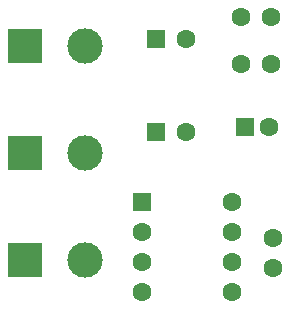
<source format=gbr>
%TF.GenerationSoftware,KiCad,Pcbnew,9.0.2*%
%TF.CreationDate,2025-12-19T01:31:03+05:30*%
%TF.ProjectId,assignment,61737369-676e-46d6-956e-742e6b696361,rev?*%
%TF.SameCoordinates,Original*%
%TF.FileFunction,Soldermask,Bot*%
%TF.FilePolarity,Negative*%
%FSLAX46Y46*%
G04 Gerber Fmt 4.6, Leading zero omitted, Abs format (unit mm)*
G04 Created by KiCad (PCBNEW 9.0.2) date 2025-12-19 01:31:03*
%MOMM*%
%LPD*%
G01*
G04 APERTURE LIST*
G04 Aperture macros list*
%AMRoundRect*
0 Rectangle with rounded corners*
0 $1 Rounding radius*
0 $2 $3 $4 $5 $6 $7 $8 $9 X,Y pos of 4 corners*
0 Add a 4 corners polygon primitive as box body*
4,1,4,$2,$3,$4,$5,$6,$7,$8,$9,$2,$3,0*
0 Add four circle primitives for the rounded corners*
1,1,$1+$1,$2,$3*
1,1,$1+$1,$4,$5*
1,1,$1+$1,$6,$7*
1,1,$1+$1,$8,$9*
0 Add four rect primitives between the rounded corners*
20,1,$1+$1,$2,$3,$4,$5,0*
20,1,$1+$1,$4,$5,$6,$7,0*
20,1,$1+$1,$6,$7,$8,$9,0*
20,1,$1+$1,$8,$9,$2,$3,0*%
G04 Aperture macros list end*
%ADD10RoundRect,0.250000X-0.550000X-0.550000X0.550000X-0.550000X0.550000X0.550000X-0.550000X0.550000X0*%
%ADD11C,1.600000*%
%ADD12R,3.000000X3.000000*%
%ADD13C,3.000000*%
G04 APERTURE END LIST*
D10*
%TO.C,C3*%
X139139775Y-79010000D03*
D11*
X141139775Y-79010000D03*
%TD*%
D12*
%TO.C,J2*%
X120480000Y-81210000D03*
D13*
X125560000Y-81210000D03*
%TD*%
D10*
%TO.C,U1*%
X130380000Y-85380000D03*
D11*
X130380000Y-87920000D03*
X130380000Y-90460000D03*
X130380000Y-93000000D03*
X138000000Y-93000000D03*
X138000000Y-90460000D03*
X138000000Y-87920000D03*
X138000000Y-85380000D03*
%TD*%
%TO.C,C1*%
X138800000Y-69660000D03*
X141300000Y-69660000D03*
%TD*%
%TO.C,R1*%
X141500000Y-88455000D03*
X141500000Y-90995000D03*
%TD*%
D10*
%TO.C,C4*%
X131605241Y-71560000D03*
D11*
X134105241Y-71560000D03*
%TD*%
D10*
%TO.C,C5*%
X131605241Y-79410000D03*
D11*
X134105241Y-79410000D03*
%TD*%
%TO.C,C2*%
X138800000Y-73710000D03*
X141300000Y-73710000D03*
%TD*%
D12*
%TO.C,J1*%
X120480000Y-72160000D03*
D13*
X125560000Y-72160000D03*
%TD*%
D12*
%TO.C,J3*%
X120480000Y-90260000D03*
D13*
X125560000Y-90260000D03*
%TD*%
M02*

</source>
